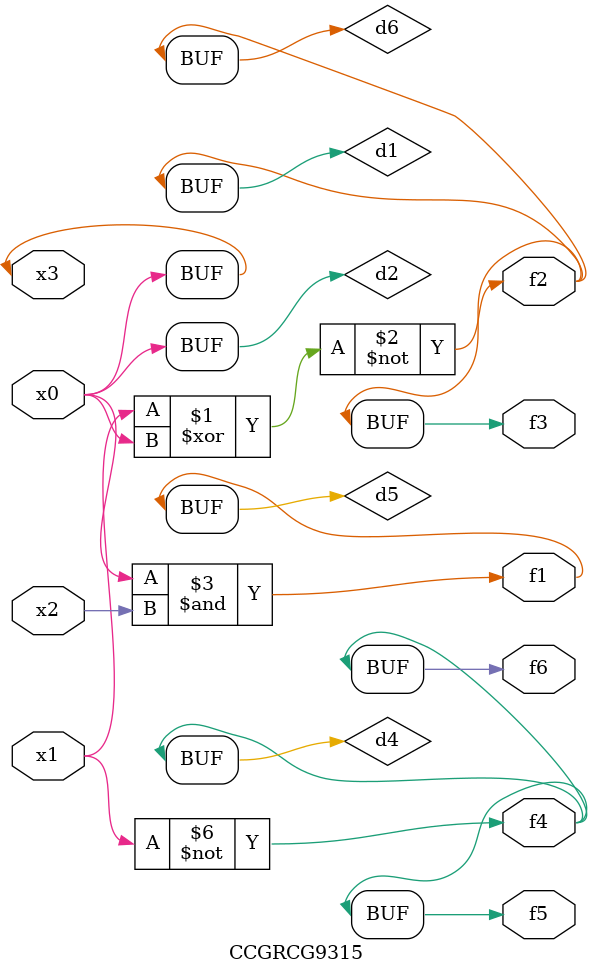
<source format=v>
module CCGRCG9315(
	input x0, x1, x2, x3,
	output f1, f2, f3, f4, f5, f6
);

	wire d1, d2, d3, d4, d5, d6;

	xnor (d1, x1, x3);
	buf (d2, x0, x3);
	nand (d3, x0, x2);
	not (d4, x1);
	nand (d5, d3);
	or (d6, d1);
	assign f1 = d5;
	assign f2 = d6;
	assign f3 = d6;
	assign f4 = d4;
	assign f5 = d4;
	assign f6 = d4;
endmodule

</source>
